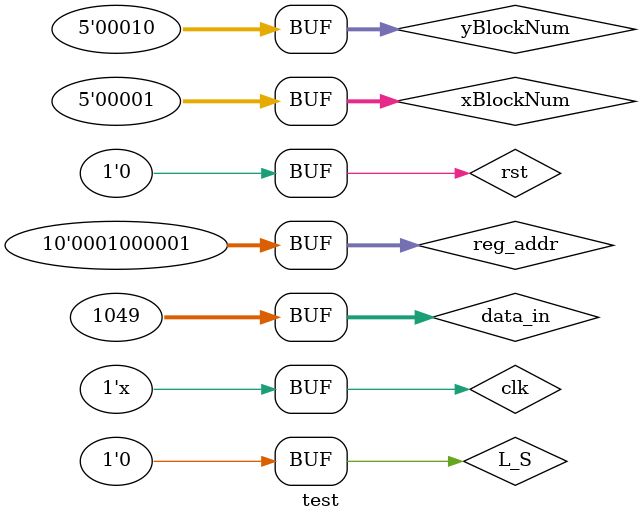
<source format=v>
`timescale 1ns / 1ps


module test;

	// Inputs
	reg clk;
	reg rst;
	reg L_S;
	reg [9:0] reg_addr;
	reg [4:0] xBlockNum;
	reg [4:0] yBlockNum;
	reg [31:0] data_in;

	// Outputs
	wire [31:0] data_out;
	wire [3:0] BlockState;

	// Instantiate the Unit Under Test (UUT)
	StateReg uut (
		.clk(clk), 
		.rst(rst), 
		.L_S(L_S), 
		.reg_addr(reg_addr), 
		.xBlockNum(xBlockNum), 
		.yBlockNum(yBlockNum), 
		.data_in(data_in), 
		.data_out(data_out), 
		.BlockState(BlockState)
	);

	initial begin
		// Initialize Inputs
		clk = 0;
		rst = 0;
		L_S = 0;
		reg_addr = 0;
		xBlockNum = 0;
		yBlockNum = 0;
		data_in = 0;

		// Wait 100 ns for global reset to finish
		#100;        
		rst = 1;
		
		#100;        
		rst = 0;				
		L_S = 1;
		data_in = 32'b0000_0000_0000_0000_0000_0100_0001_1001;
		#100;        		
		L_S = 0;
		yBlockNum = 5'b00010;
		xBlockNum = 5'b00001;
		reg_addr = 10'b00010_00001;
		// Add stimulus here

	end
      always #10 clk = ~clk;
endmodule


</source>
